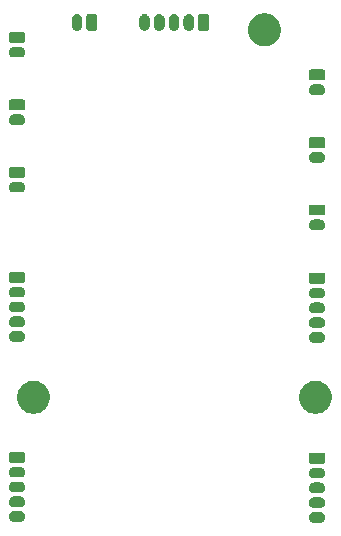
<source format=gbs>
G04 #@! TF.GenerationSoftware,KiCad,Pcbnew,(5.0.2)-1*
G04 #@! TF.CreationDate,2018-12-27T22:24:40-05:00*
G04 #@! TF.ProjectId,WarthoggitClone_4Layer,57617274-686f-4676-9769-74436c6f6e65,rev?*
G04 #@! TF.SameCoordinates,Original*
G04 #@! TF.FileFunction,Soldermask,Bot*
G04 #@! TF.FilePolarity,Negative*
%FSLAX46Y46*%
G04 Gerber Fmt 4.6, Leading zero omitted, Abs format (unit mm)*
G04 Created by KiCad (PCBNEW (5.0.2)-1) date 12/27/2018 10:24:40 PM*
%MOMM*%
%LPD*%
G01*
G04 APERTURE LIST*
%ADD10C,0.100000*%
G04 APERTURE END LIST*
D10*
G36*
X127973413Y-78295525D02*
X128048456Y-78318290D01*
X128058425Y-78321314D01*
X128136774Y-78363193D01*
X128205448Y-78419552D01*
X128261807Y-78488226D01*
X128303686Y-78566575D01*
X128303687Y-78566579D01*
X128329475Y-78651587D01*
X128338182Y-78740000D01*
X128329475Y-78828413D01*
X128306710Y-78903456D01*
X128303686Y-78913425D01*
X128261807Y-78991774D01*
X128205448Y-79060448D01*
X128136774Y-79116807D01*
X128058425Y-79158686D01*
X128048456Y-79161710D01*
X127973413Y-79184475D01*
X127907158Y-79191000D01*
X127362842Y-79191000D01*
X127296587Y-79184475D01*
X127221544Y-79161710D01*
X127211575Y-79158686D01*
X127133226Y-79116807D01*
X127064552Y-79060448D01*
X127008193Y-78991774D01*
X126966314Y-78913425D01*
X126963290Y-78903456D01*
X126940525Y-78828413D01*
X126931818Y-78740000D01*
X126940525Y-78651587D01*
X126966313Y-78566579D01*
X126966314Y-78566575D01*
X127008193Y-78488226D01*
X127064552Y-78419552D01*
X127133226Y-78363193D01*
X127211575Y-78321314D01*
X127221544Y-78318290D01*
X127296587Y-78295525D01*
X127362842Y-78289000D01*
X127907158Y-78289000D01*
X127973413Y-78295525D01*
X127973413Y-78295525D01*
G37*
G36*
X102573413Y-78215525D02*
X102648456Y-78238290D01*
X102658425Y-78241314D01*
X102736774Y-78283193D01*
X102805448Y-78339552D01*
X102861807Y-78408226D01*
X102903686Y-78486575D01*
X102904187Y-78488226D01*
X102929475Y-78571587D01*
X102938182Y-78660000D01*
X102929475Y-78748413D01*
X102906710Y-78823456D01*
X102903686Y-78833425D01*
X102861807Y-78911774D01*
X102805448Y-78980448D01*
X102736774Y-79036807D01*
X102658425Y-79078686D01*
X102648456Y-79081710D01*
X102573413Y-79104475D01*
X102507158Y-79111000D01*
X101962842Y-79111000D01*
X101896587Y-79104475D01*
X101821544Y-79081710D01*
X101811575Y-79078686D01*
X101733226Y-79036807D01*
X101664552Y-78980448D01*
X101608193Y-78911774D01*
X101566314Y-78833425D01*
X101563290Y-78823456D01*
X101540525Y-78748413D01*
X101531818Y-78660000D01*
X101540525Y-78571587D01*
X101565813Y-78488226D01*
X101566314Y-78486575D01*
X101608193Y-78408226D01*
X101664552Y-78339552D01*
X101733226Y-78283193D01*
X101811575Y-78241314D01*
X101821544Y-78238290D01*
X101896587Y-78215525D01*
X101962842Y-78209000D01*
X102507158Y-78209000D01*
X102573413Y-78215525D01*
X102573413Y-78215525D01*
G37*
G36*
X127973413Y-77045525D02*
X128048456Y-77068290D01*
X128058425Y-77071314D01*
X128136774Y-77113193D01*
X128205448Y-77169552D01*
X128261807Y-77238226D01*
X128303686Y-77316575D01*
X128303687Y-77316579D01*
X128329475Y-77401587D01*
X128338182Y-77490000D01*
X128329475Y-77578413D01*
X128306710Y-77653456D01*
X128303686Y-77663425D01*
X128261807Y-77741774D01*
X128205448Y-77810448D01*
X128136774Y-77866807D01*
X128058425Y-77908686D01*
X128048456Y-77911710D01*
X127973413Y-77934475D01*
X127907158Y-77941000D01*
X127362842Y-77941000D01*
X127296587Y-77934475D01*
X127221544Y-77911710D01*
X127211575Y-77908686D01*
X127133226Y-77866807D01*
X127064552Y-77810448D01*
X127008193Y-77741774D01*
X126966314Y-77663425D01*
X126963290Y-77653456D01*
X126940525Y-77578413D01*
X126931818Y-77490000D01*
X126940525Y-77401587D01*
X126966313Y-77316579D01*
X126966314Y-77316575D01*
X127008193Y-77238226D01*
X127064552Y-77169552D01*
X127133226Y-77113193D01*
X127211575Y-77071314D01*
X127221544Y-77068290D01*
X127296587Y-77045525D01*
X127362842Y-77039000D01*
X127907158Y-77039000D01*
X127973413Y-77045525D01*
X127973413Y-77045525D01*
G37*
G36*
X102573413Y-76965525D02*
X102648456Y-76988290D01*
X102658425Y-76991314D01*
X102736774Y-77033193D01*
X102805448Y-77089552D01*
X102861807Y-77158226D01*
X102903686Y-77236575D01*
X102904187Y-77238226D01*
X102929475Y-77321587D01*
X102938182Y-77410000D01*
X102929475Y-77498413D01*
X102906710Y-77573456D01*
X102903686Y-77583425D01*
X102861807Y-77661774D01*
X102805448Y-77730448D01*
X102736774Y-77786807D01*
X102658425Y-77828686D01*
X102648456Y-77831710D01*
X102573413Y-77854475D01*
X102507158Y-77861000D01*
X101962842Y-77861000D01*
X101896587Y-77854475D01*
X101821544Y-77831710D01*
X101811575Y-77828686D01*
X101733226Y-77786807D01*
X101664552Y-77730448D01*
X101608193Y-77661774D01*
X101566314Y-77583425D01*
X101563290Y-77573456D01*
X101540525Y-77498413D01*
X101531818Y-77410000D01*
X101540525Y-77321587D01*
X101565813Y-77238226D01*
X101566314Y-77236575D01*
X101608193Y-77158226D01*
X101664552Y-77089552D01*
X101733226Y-77033193D01*
X101811575Y-76991314D01*
X101821544Y-76988290D01*
X101896587Y-76965525D01*
X101962842Y-76959000D01*
X102507158Y-76959000D01*
X102573413Y-76965525D01*
X102573413Y-76965525D01*
G37*
G36*
X127973413Y-75795525D02*
X128048456Y-75818290D01*
X128058425Y-75821314D01*
X128136774Y-75863193D01*
X128205448Y-75919552D01*
X128261807Y-75988226D01*
X128303686Y-76066575D01*
X128303687Y-76066579D01*
X128329475Y-76151587D01*
X128338182Y-76240000D01*
X128329475Y-76328413D01*
X128306710Y-76403456D01*
X128303686Y-76413425D01*
X128261807Y-76491774D01*
X128205448Y-76560448D01*
X128136774Y-76616807D01*
X128058425Y-76658686D01*
X128048456Y-76661710D01*
X127973413Y-76684475D01*
X127907158Y-76691000D01*
X127362842Y-76691000D01*
X127296587Y-76684475D01*
X127221544Y-76661710D01*
X127211575Y-76658686D01*
X127133226Y-76616807D01*
X127064552Y-76560448D01*
X127008193Y-76491774D01*
X126966314Y-76413425D01*
X126963290Y-76403456D01*
X126940525Y-76328413D01*
X126931818Y-76240000D01*
X126940525Y-76151587D01*
X126966313Y-76066579D01*
X126966314Y-76066575D01*
X127008193Y-75988226D01*
X127064552Y-75919552D01*
X127133226Y-75863193D01*
X127211575Y-75821314D01*
X127221544Y-75818290D01*
X127296587Y-75795525D01*
X127362842Y-75789000D01*
X127907158Y-75789000D01*
X127973413Y-75795525D01*
X127973413Y-75795525D01*
G37*
G36*
X102573413Y-75715525D02*
X102648456Y-75738290D01*
X102658425Y-75741314D01*
X102736774Y-75783193D01*
X102805448Y-75839552D01*
X102861807Y-75908226D01*
X102903686Y-75986575D01*
X102904187Y-75988226D01*
X102929475Y-76071587D01*
X102938182Y-76160000D01*
X102929475Y-76248413D01*
X102906710Y-76323456D01*
X102903686Y-76333425D01*
X102861807Y-76411774D01*
X102805448Y-76480448D01*
X102736774Y-76536807D01*
X102658425Y-76578686D01*
X102648456Y-76581710D01*
X102573413Y-76604475D01*
X102507158Y-76611000D01*
X101962842Y-76611000D01*
X101896587Y-76604475D01*
X101821544Y-76581710D01*
X101811575Y-76578686D01*
X101733226Y-76536807D01*
X101664552Y-76480448D01*
X101608193Y-76411774D01*
X101566314Y-76333425D01*
X101563290Y-76323456D01*
X101540525Y-76248413D01*
X101531818Y-76160000D01*
X101540525Y-76071587D01*
X101565813Y-75988226D01*
X101566314Y-75986575D01*
X101608193Y-75908226D01*
X101664552Y-75839552D01*
X101733226Y-75783193D01*
X101811575Y-75741314D01*
X101821544Y-75738290D01*
X101896587Y-75715525D01*
X101962842Y-75709000D01*
X102507158Y-75709000D01*
X102573413Y-75715525D01*
X102573413Y-75715525D01*
G37*
G36*
X127973413Y-74545525D02*
X128048456Y-74568290D01*
X128058425Y-74571314D01*
X128136774Y-74613193D01*
X128205448Y-74669552D01*
X128261807Y-74738226D01*
X128303686Y-74816575D01*
X128303687Y-74816579D01*
X128329475Y-74901587D01*
X128338182Y-74990000D01*
X128329475Y-75078413D01*
X128306710Y-75153456D01*
X128303686Y-75163425D01*
X128261807Y-75241774D01*
X128205448Y-75310448D01*
X128136774Y-75366807D01*
X128058425Y-75408686D01*
X128048456Y-75411710D01*
X127973413Y-75434475D01*
X127907158Y-75441000D01*
X127362842Y-75441000D01*
X127296587Y-75434475D01*
X127221544Y-75411710D01*
X127211575Y-75408686D01*
X127133226Y-75366807D01*
X127064552Y-75310448D01*
X127008193Y-75241774D01*
X126966314Y-75163425D01*
X126963290Y-75153456D01*
X126940525Y-75078413D01*
X126931818Y-74990000D01*
X126940525Y-74901587D01*
X126966313Y-74816579D01*
X126966314Y-74816575D01*
X127008193Y-74738226D01*
X127064552Y-74669552D01*
X127133226Y-74613193D01*
X127211575Y-74571314D01*
X127221544Y-74568290D01*
X127296587Y-74545525D01*
X127362842Y-74539000D01*
X127907158Y-74539000D01*
X127973413Y-74545525D01*
X127973413Y-74545525D01*
G37*
G36*
X102573413Y-74465525D02*
X102648456Y-74488290D01*
X102658425Y-74491314D01*
X102736774Y-74533193D01*
X102805448Y-74589552D01*
X102861807Y-74658226D01*
X102903686Y-74736575D01*
X102904187Y-74738226D01*
X102929475Y-74821587D01*
X102938182Y-74910000D01*
X102929475Y-74998413D01*
X102906710Y-75073456D01*
X102903686Y-75083425D01*
X102861807Y-75161774D01*
X102805448Y-75230448D01*
X102736774Y-75286807D01*
X102658425Y-75328686D01*
X102648456Y-75331710D01*
X102573413Y-75354475D01*
X102507158Y-75361000D01*
X101962842Y-75361000D01*
X101896587Y-75354475D01*
X101821544Y-75331710D01*
X101811575Y-75328686D01*
X101733226Y-75286807D01*
X101664552Y-75230448D01*
X101608193Y-75161774D01*
X101566314Y-75083425D01*
X101563290Y-75073456D01*
X101540525Y-74998413D01*
X101531818Y-74910000D01*
X101540525Y-74821587D01*
X101565813Y-74738226D01*
X101566314Y-74736575D01*
X101608193Y-74658226D01*
X101664552Y-74589552D01*
X101733226Y-74533193D01*
X101811575Y-74491314D01*
X101821544Y-74488290D01*
X101896587Y-74465525D01*
X101962842Y-74459000D01*
X102507158Y-74459000D01*
X102573413Y-74465525D01*
X102573413Y-74465525D01*
G37*
G36*
X128204683Y-73292725D02*
X128235144Y-73301966D01*
X128263223Y-73316975D01*
X128287831Y-73337169D01*
X128308025Y-73361777D01*
X128323034Y-73389856D01*
X128332275Y-73420317D01*
X128336000Y-73458140D01*
X128336000Y-74021860D01*
X128332275Y-74059683D01*
X128323034Y-74090144D01*
X128308025Y-74118223D01*
X128287831Y-74142831D01*
X128263223Y-74163025D01*
X128235144Y-74178034D01*
X128204683Y-74187275D01*
X128166860Y-74191000D01*
X127103140Y-74191000D01*
X127065317Y-74187275D01*
X127034856Y-74178034D01*
X127006777Y-74163025D01*
X126982169Y-74142831D01*
X126961975Y-74118223D01*
X126946966Y-74090144D01*
X126937725Y-74059683D01*
X126934000Y-74021860D01*
X126934000Y-73458140D01*
X126937725Y-73420317D01*
X126946966Y-73389856D01*
X126961975Y-73361777D01*
X126982169Y-73337169D01*
X127006777Y-73316975D01*
X127034856Y-73301966D01*
X127065317Y-73292725D01*
X127103140Y-73289000D01*
X128166860Y-73289000D01*
X128204683Y-73292725D01*
X128204683Y-73292725D01*
G37*
G36*
X102804683Y-73212725D02*
X102835144Y-73221966D01*
X102863223Y-73236975D01*
X102887831Y-73257169D01*
X102908025Y-73281777D01*
X102923034Y-73309856D01*
X102932275Y-73340317D01*
X102936000Y-73378140D01*
X102936000Y-73941860D01*
X102932275Y-73979683D01*
X102923034Y-74010144D01*
X102908025Y-74038223D01*
X102887831Y-74062831D01*
X102863223Y-74083025D01*
X102835144Y-74098034D01*
X102804683Y-74107275D01*
X102766860Y-74111000D01*
X101703140Y-74111000D01*
X101665317Y-74107275D01*
X101634856Y-74098034D01*
X101606777Y-74083025D01*
X101582169Y-74062831D01*
X101561975Y-74038223D01*
X101546966Y-74010144D01*
X101537725Y-73979683D01*
X101534000Y-73941860D01*
X101534000Y-73378140D01*
X101537725Y-73340317D01*
X101546966Y-73309856D01*
X101561975Y-73281777D01*
X101582169Y-73257169D01*
X101606777Y-73236975D01*
X101634856Y-73221966D01*
X101665317Y-73212725D01*
X101703140Y-73209000D01*
X102766860Y-73209000D01*
X102804683Y-73212725D01*
X102804683Y-73212725D01*
G37*
G36*
X103950433Y-67214893D02*
X104040657Y-67232839D01*
X104146267Y-67276585D01*
X104295621Y-67338449D01*
X104525089Y-67491774D01*
X104720226Y-67686911D01*
X104873551Y-67916379D01*
X104979161Y-68171344D01*
X105033000Y-68442012D01*
X105033000Y-68717988D01*
X104979161Y-68988656D01*
X104873551Y-69243621D01*
X104720226Y-69473089D01*
X104525089Y-69668226D01*
X104295621Y-69821551D01*
X104146267Y-69883415D01*
X104040657Y-69927161D01*
X103950433Y-69945107D01*
X103769988Y-69981000D01*
X103494012Y-69981000D01*
X103313567Y-69945107D01*
X103223343Y-69927161D01*
X103117733Y-69883415D01*
X102968379Y-69821551D01*
X102738911Y-69668226D01*
X102543774Y-69473089D01*
X102390449Y-69243621D01*
X102284839Y-68988656D01*
X102231000Y-68717988D01*
X102231000Y-68442012D01*
X102284839Y-68171344D01*
X102390449Y-67916379D01*
X102543774Y-67686911D01*
X102738911Y-67491774D01*
X102968379Y-67338449D01*
X103117733Y-67276585D01*
X103223343Y-67232839D01*
X103313567Y-67214893D01*
X103494012Y-67179000D01*
X103769988Y-67179000D01*
X103950433Y-67214893D01*
X103950433Y-67214893D01*
G37*
G36*
X127826433Y-67214893D02*
X127916657Y-67232839D01*
X128022267Y-67276585D01*
X128171621Y-67338449D01*
X128401089Y-67491774D01*
X128596226Y-67686911D01*
X128749551Y-67916379D01*
X128855161Y-68171344D01*
X128909000Y-68442012D01*
X128909000Y-68717988D01*
X128855161Y-68988656D01*
X128749551Y-69243621D01*
X128596226Y-69473089D01*
X128401089Y-69668226D01*
X128171621Y-69821551D01*
X128022267Y-69883415D01*
X127916657Y-69927161D01*
X127826433Y-69945107D01*
X127645988Y-69981000D01*
X127370012Y-69981000D01*
X127189567Y-69945107D01*
X127099343Y-69927161D01*
X126993733Y-69883415D01*
X126844379Y-69821551D01*
X126614911Y-69668226D01*
X126419774Y-69473089D01*
X126266449Y-69243621D01*
X126160839Y-68988656D01*
X126107000Y-68717988D01*
X126107000Y-68442012D01*
X126160839Y-68171344D01*
X126266449Y-67916379D01*
X126419774Y-67686911D01*
X126614911Y-67491774D01*
X126844379Y-67338449D01*
X126993733Y-67276585D01*
X127099343Y-67232839D01*
X127189567Y-67214893D01*
X127370012Y-67179000D01*
X127645988Y-67179000D01*
X127826433Y-67214893D01*
X127826433Y-67214893D01*
G37*
G36*
X127973413Y-63055525D02*
X128048456Y-63078290D01*
X128058425Y-63081314D01*
X128136774Y-63123193D01*
X128205448Y-63179552D01*
X128261807Y-63248226D01*
X128303686Y-63326575D01*
X128303687Y-63326579D01*
X128329475Y-63411587D01*
X128338182Y-63500000D01*
X128329475Y-63588413D01*
X128306710Y-63663456D01*
X128303686Y-63673425D01*
X128261807Y-63751774D01*
X128205448Y-63820448D01*
X128136774Y-63876807D01*
X128058425Y-63918686D01*
X128048456Y-63921710D01*
X127973413Y-63944475D01*
X127907158Y-63951000D01*
X127362842Y-63951000D01*
X127296587Y-63944475D01*
X127221544Y-63921710D01*
X127211575Y-63918686D01*
X127133226Y-63876807D01*
X127064552Y-63820448D01*
X127008193Y-63751774D01*
X126966314Y-63673425D01*
X126963290Y-63663456D01*
X126940525Y-63588413D01*
X126931818Y-63500000D01*
X126940525Y-63411587D01*
X126966313Y-63326579D01*
X126966314Y-63326575D01*
X127008193Y-63248226D01*
X127064552Y-63179552D01*
X127133226Y-63123193D01*
X127211575Y-63081314D01*
X127221544Y-63078290D01*
X127296587Y-63055525D01*
X127362842Y-63049000D01*
X127907158Y-63049000D01*
X127973413Y-63055525D01*
X127973413Y-63055525D01*
G37*
G36*
X102573413Y-62975525D02*
X102648456Y-62998290D01*
X102658425Y-63001314D01*
X102736774Y-63043193D01*
X102805448Y-63099552D01*
X102861807Y-63168226D01*
X102903686Y-63246575D01*
X102904187Y-63248226D01*
X102929475Y-63331587D01*
X102938182Y-63420000D01*
X102929475Y-63508413D01*
X102906710Y-63583456D01*
X102903686Y-63593425D01*
X102861807Y-63671774D01*
X102805448Y-63740448D01*
X102736774Y-63796807D01*
X102658425Y-63838686D01*
X102648456Y-63841710D01*
X102573413Y-63864475D01*
X102507158Y-63871000D01*
X101962842Y-63871000D01*
X101896587Y-63864475D01*
X101821544Y-63841710D01*
X101811575Y-63838686D01*
X101733226Y-63796807D01*
X101664552Y-63740448D01*
X101608193Y-63671774D01*
X101566314Y-63593425D01*
X101563290Y-63583456D01*
X101540525Y-63508413D01*
X101531818Y-63420000D01*
X101540525Y-63331587D01*
X101565813Y-63248226D01*
X101566314Y-63246575D01*
X101608193Y-63168226D01*
X101664552Y-63099552D01*
X101733226Y-63043193D01*
X101811575Y-63001314D01*
X101821544Y-62998290D01*
X101896587Y-62975525D01*
X101962842Y-62969000D01*
X102507158Y-62969000D01*
X102573413Y-62975525D01*
X102573413Y-62975525D01*
G37*
G36*
X127973413Y-61805525D02*
X128048456Y-61828290D01*
X128058425Y-61831314D01*
X128136774Y-61873193D01*
X128205448Y-61929552D01*
X128261807Y-61998226D01*
X128303686Y-62076575D01*
X128303687Y-62076579D01*
X128329475Y-62161587D01*
X128338182Y-62250000D01*
X128329475Y-62338413D01*
X128306710Y-62413456D01*
X128303686Y-62423425D01*
X128261807Y-62501774D01*
X128205448Y-62570448D01*
X128136774Y-62626807D01*
X128058425Y-62668686D01*
X128048456Y-62671710D01*
X127973413Y-62694475D01*
X127907158Y-62701000D01*
X127362842Y-62701000D01*
X127296587Y-62694475D01*
X127221544Y-62671710D01*
X127211575Y-62668686D01*
X127133226Y-62626807D01*
X127064552Y-62570448D01*
X127008193Y-62501774D01*
X126966314Y-62423425D01*
X126963290Y-62413456D01*
X126940525Y-62338413D01*
X126931818Y-62250000D01*
X126940525Y-62161587D01*
X126966313Y-62076579D01*
X126966314Y-62076575D01*
X127008193Y-61998226D01*
X127064552Y-61929552D01*
X127133226Y-61873193D01*
X127211575Y-61831314D01*
X127221544Y-61828290D01*
X127296587Y-61805525D01*
X127362842Y-61799000D01*
X127907158Y-61799000D01*
X127973413Y-61805525D01*
X127973413Y-61805525D01*
G37*
G36*
X102573413Y-61725525D02*
X102648456Y-61748290D01*
X102658425Y-61751314D01*
X102736774Y-61793193D01*
X102805448Y-61849552D01*
X102861807Y-61918226D01*
X102903686Y-61996575D01*
X102904187Y-61998226D01*
X102929475Y-62081587D01*
X102938182Y-62170000D01*
X102929475Y-62258413D01*
X102906710Y-62333456D01*
X102903686Y-62343425D01*
X102861807Y-62421774D01*
X102805448Y-62490448D01*
X102736774Y-62546807D01*
X102658425Y-62588686D01*
X102648456Y-62591710D01*
X102573413Y-62614475D01*
X102507158Y-62621000D01*
X101962842Y-62621000D01*
X101896587Y-62614475D01*
X101821544Y-62591710D01*
X101811575Y-62588686D01*
X101733226Y-62546807D01*
X101664552Y-62490448D01*
X101608193Y-62421774D01*
X101566314Y-62343425D01*
X101563290Y-62333456D01*
X101540525Y-62258413D01*
X101531818Y-62170000D01*
X101540525Y-62081587D01*
X101565813Y-61998226D01*
X101566314Y-61996575D01*
X101608193Y-61918226D01*
X101664552Y-61849552D01*
X101733226Y-61793193D01*
X101811575Y-61751314D01*
X101821544Y-61748290D01*
X101896587Y-61725525D01*
X101962842Y-61719000D01*
X102507158Y-61719000D01*
X102573413Y-61725525D01*
X102573413Y-61725525D01*
G37*
G36*
X127973413Y-60555525D02*
X128048456Y-60578290D01*
X128058425Y-60581314D01*
X128136774Y-60623193D01*
X128205448Y-60679552D01*
X128261807Y-60748226D01*
X128303686Y-60826575D01*
X128303687Y-60826579D01*
X128329475Y-60911587D01*
X128338182Y-61000000D01*
X128329475Y-61088413D01*
X128306710Y-61163456D01*
X128303686Y-61173425D01*
X128261807Y-61251774D01*
X128205448Y-61320448D01*
X128136774Y-61376807D01*
X128058425Y-61418686D01*
X128048456Y-61421710D01*
X127973413Y-61444475D01*
X127907158Y-61451000D01*
X127362842Y-61451000D01*
X127296587Y-61444475D01*
X127221544Y-61421710D01*
X127211575Y-61418686D01*
X127133226Y-61376807D01*
X127064552Y-61320448D01*
X127008193Y-61251774D01*
X126966314Y-61173425D01*
X126963290Y-61163456D01*
X126940525Y-61088413D01*
X126931818Y-61000000D01*
X126940525Y-60911587D01*
X126966313Y-60826579D01*
X126966314Y-60826575D01*
X127008193Y-60748226D01*
X127064552Y-60679552D01*
X127133226Y-60623193D01*
X127211575Y-60581314D01*
X127221544Y-60578290D01*
X127296587Y-60555525D01*
X127362842Y-60549000D01*
X127907158Y-60549000D01*
X127973413Y-60555525D01*
X127973413Y-60555525D01*
G37*
G36*
X102573413Y-60475525D02*
X102648456Y-60498290D01*
X102658425Y-60501314D01*
X102736774Y-60543193D01*
X102805448Y-60599552D01*
X102861807Y-60668226D01*
X102903686Y-60746575D01*
X102904187Y-60748226D01*
X102929475Y-60831587D01*
X102938182Y-60920000D01*
X102929475Y-61008413D01*
X102906710Y-61083456D01*
X102903686Y-61093425D01*
X102861807Y-61171774D01*
X102805448Y-61240448D01*
X102736774Y-61296807D01*
X102658425Y-61338686D01*
X102648456Y-61341710D01*
X102573413Y-61364475D01*
X102507158Y-61371000D01*
X101962842Y-61371000D01*
X101896587Y-61364475D01*
X101821544Y-61341710D01*
X101811575Y-61338686D01*
X101733226Y-61296807D01*
X101664552Y-61240448D01*
X101608193Y-61171774D01*
X101566314Y-61093425D01*
X101563290Y-61083456D01*
X101540525Y-61008413D01*
X101531818Y-60920000D01*
X101540525Y-60831587D01*
X101565813Y-60748226D01*
X101566314Y-60746575D01*
X101608193Y-60668226D01*
X101664552Y-60599552D01*
X101733226Y-60543193D01*
X101811575Y-60501314D01*
X101821544Y-60498290D01*
X101896587Y-60475525D01*
X101962842Y-60469000D01*
X102507158Y-60469000D01*
X102573413Y-60475525D01*
X102573413Y-60475525D01*
G37*
G36*
X127973413Y-59305525D02*
X128048456Y-59328290D01*
X128058425Y-59331314D01*
X128136774Y-59373193D01*
X128205448Y-59429552D01*
X128261807Y-59498226D01*
X128303686Y-59576575D01*
X128303687Y-59576579D01*
X128329475Y-59661587D01*
X128338182Y-59750000D01*
X128329475Y-59838413D01*
X128306710Y-59913456D01*
X128303686Y-59923425D01*
X128261807Y-60001774D01*
X128205448Y-60070448D01*
X128136774Y-60126807D01*
X128058425Y-60168686D01*
X128048456Y-60171710D01*
X127973413Y-60194475D01*
X127907158Y-60201000D01*
X127362842Y-60201000D01*
X127296587Y-60194475D01*
X127221544Y-60171710D01*
X127211575Y-60168686D01*
X127133226Y-60126807D01*
X127064552Y-60070448D01*
X127008193Y-60001774D01*
X126966314Y-59923425D01*
X126963290Y-59913456D01*
X126940525Y-59838413D01*
X126931818Y-59750000D01*
X126940525Y-59661587D01*
X126966313Y-59576579D01*
X126966314Y-59576575D01*
X127008193Y-59498226D01*
X127064552Y-59429552D01*
X127133226Y-59373193D01*
X127211575Y-59331314D01*
X127221544Y-59328290D01*
X127296587Y-59305525D01*
X127362842Y-59299000D01*
X127907158Y-59299000D01*
X127973413Y-59305525D01*
X127973413Y-59305525D01*
G37*
G36*
X102573413Y-59225525D02*
X102648456Y-59248290D01*
X102658425Y-59251314D01*
X102736774Y-59293193D01*
X102805448Y-59349552D01*
X102861807Y-59418226D01*
X102903686Y-59496575D01*
X102904187Y-59498226D01*
X102929475Y-59581587D01*
X102938182Y-59670000D01*
X102929475Y-59758413D01*
X102906710Y-59833456D01*
X102903686Y-59843425D01*
X102861807Y-59921774D01*
X102805448Y-59990448D01*
X102736774Y-60046807D01*
X102658425Y-60088686D01*
X102648456Y-60091710D01*
X102573413Y-60114475D01*
X102507158Y-60121000D01*
X101962842Y-60121000D01*
X101896587Y-60114475D01*
X101821544Y-60091710D01*
X101811575Y-60088686D01*
X101733226Y-60046807D01*
X101664552Y-59990448D01*
X101608193Y-59921774D01*
X101566314Y-59843425D01*
X101563290Y-59833456D01*
X101540525Y-59758413D01*
X101531818Y-59670000D01*
X101540525Y-59581587D01*
X101565813Y-59498226D01*
X101566314Y-59496575D01*
X101608193Y-59418226D01*
X101664552Y-59349552D01*
X101733226Y-59293193D01*
X101811575Y-59251314D01*
X101821544Y-59248290D01*
X101896587Y-59225525D01*
X101962842Y-59219000D01*
X102507158Y-59219000D01*
X102573413Y-59225525D01*
X102573413Y-59225525D01*
G37*
G36*
X128204683Y-58052725D02*
X128235144Y-58061966D01*
X128263223Y-58076975D01*
X128287831Y-58097169D01*
X128308025Y-58121777D01*
X128323034Y-58149856D01*
X128332275Y-58180317D01*
X128336000Y-58218140D01*
X128336000Y-58781860D01*
X128332275Y-58819683D01*
X128323034Y-58850144D01*
X128308025Y-58878223D01*
X128287831Y-58902831D01*
X128263223Y-58923025D01*
X128235144Y-58938034D01*
X128204683Y-58947275D01*
X128166860Y-58951000D01*
X127103140Y-58951000D01*
X127065317Y-58947275D01*
X127034856Y-58938034D01*
X127006777Y-58923025D01*
X126982169Y-58902831D01*
X126961975Y-58878223D01*
X126946966Y-58850144D01*
X126937725Y-58819683D01*
X126934000Y-58781860D01*
X126934000Y-58218140D01*
X126937725Y-58180317D01*
X126946966Y-58149856D01*
X126961975Y-58121777D01*
X126982169Y-58097169D01*
X127006777Y-58076975D01*
X127034856Y-58061966D01*
X127065317Y-58052725D01*
X127103140Y-58049000D01*
X128166860Y-58049000D01*
X128204683Y-58052725D01*
X128204683Y-58052725D01*
G37*
G36*
X102804683Y-57972725D02*
X102835144Y-57981966D01*
X102863223Y-57996975D01*
X102887831Y-58017169D01*
X102908025Y-58041777D01*
X102923034Y-58069856D01*
X102932275Y-58100317D01*
X102936000Y-58138140D01*
X102936000Y-58701860D01*
X102932275Y-58739683D01*
X102923034Y-58770144D01*
X102908025Y-58798223D01*
X102887831Y-58822831D01*
X102863223Y-58843025D01*
X102835144Y-58858034D01*
X102804683Y-58867275D01*
X102766860Y-58871000D01*
X101703140Y-58871000D01*
X101665317Y-58867275D01*
X101634856Y-58858034D01*
X101606777Y-58843025D01*
X101582169Y-58822831D01*
X101561975Y-58798223D01*
X101546966Y-58770144D01*
X101537725Y-58739683D01*
X101534000Y-58701860D01*
X101534000Y-58138140D01*
X101537725Y-58100317D01*
X101546966Y-58069856D01*
X101561975Y-58041777D01*
X101582169Y-58017169D01*
X101606777Y-57996975D01*
X101634856Y-57981966D01*
X101665317Y-57972725D01*
X101703140Y-57969000D01*
X102766860Y-57969000D01*
X102804683Y-57972725D01*
X102804683Y-57972725D01*
G37*
G36*
X127973413Y-53530525D02*
X128048456Y-53553290D01*
X128058425Y-53556314D01*
X128136774Y-53598193D01*
X128205448Y-53654552D01*
X128261807Y-53723226D01*
X128303686Y-53801575D01*
X128303687Y-53801579D01*
X128329475Y-53886587D01*
X128338182Y-53975000D01*
X128329475Y-54063413D01*
X128306710Y-54138456D01*
X128303686Y-54148425D01*
X128261807Y-54226774D01*
X128205448Y-54295448D01*
X128136774Y-54351807D01*
X128058425Y-54393686D01*
X128048456Y-54396710D01*
X127973413Y-54419475D01*
X127907158Y-54426000D01*
X127362842Y-54426000D01*
X127296587Y-54419475D01*
X127221544Y-54396710D01*
X127211575Y-54393686D01*
X127133226Y-54351807D01*
X127064552Y-54295448D01*
X127008193Y-54226774D01*
X126966314Y-54148425D01*
X126963290Y-54138456D01*
X126940525Y-54063413D01*
X126931818Y-53975000D01*
X126940525Y-53886587D01*
X126966313Y-53801579D01*
X126966314Y-53801575D01*
X127008193Y-53723226D01*
X127064552Y-53654552D01*
X127133226Y-53598193D01*
X127211575Y-53556314D01*
X127221544Y-53553290D01*
X127296587Y-53530525D01*
X127362842Y-53524000D01*
X127907158Y-53524000D01*
X127973413Y-53530525D01*
X127973413Y-53530525D01*
G37*
G36*
X128204683Y-52277725D02*
X128235144Y-52286966D01*
X128263223Y-52301975D01*
X128287831Y-52322169D01*
X128308025Y-52346777D01*
X128323034Y-52374856D01*
X128332275Y-52405317D01*
X128336000Y-52443140D01*
X128336000Y-53006860D01*
X128332275Y-53044683D01*
X128323034Y-53075144D01*
X128308025Y-53103223D01*
X128287831Y-53127831D01*
X128263223Y-53148025D01*
X128235144Y-53163034D01*
X128204683Y-53172275D01*
X128166860Y-53176000D01*
X127103140Y-53176000D01*
X127065317Y-53172275D01*
X127034856Y-53163034D01*
X127006777Y-53148025D01*
X126982169Y-53127831D01*
X126961975Y-53103223D01*
X126946966Y-53075144D01*
X126937725Y-53044683D01*
X126934000Y-53006860D01*
X126934000Y-52443140D01*
X126937725Y-52405317D01*
X126946966Y-52374856D01*
X126961975Y-52346777D01*
X126982169Y-52322169D01*
X127006777Y-52301975D01*
X127034856Y-52286966D01*
X127065317Y-52277725D01*
X127103140Y-52274000D01*
X128166860Y-52274000D01*
X128204683Y-52277725D01*
X128204683Y-52277725D01*
G37*
G36*
X102573413Y-50335525D02*
X102648456Y-50358290D01*
X102658425Y-50361314D01*
X102736774Y-50403193D01*
X102805448Y-50459552D01*
X102861807Y-50528226D01*
X102903686Y-50606575D01*
X102903687Y-50606579D01*
X102929475Y-50691587D01*
X102938182Y-50780000D01*
X102929475Y-50868413D01*
X102906710Y-50943456D01*
X102903686Y-50953425D01*
X102861807Y-51031774D01*
X102805448Y-51100448D01*
X102736774Y-51156807D01*
X102658425Y-51198686D01*
X102648456Y-51201710D01*
X102573413Y-51224475D01*
X102507158Y-51231000D01*
X101962842Y-51231000D01*
X101896587Y-51224475D01*
X101821544Y-51201710D01*
X101811575Y-51198686D01*
X101733226Y-51156807D01*
X101664552Y-51100448D01*
X101608193Y-51031774D01*
X101566314Y-50953425D01*
X101563290Y-50943456D01*
X101540525Y-50868413D01*
X101531818Y-50780000D01*
X101540525Y-50691587D01*
X101566313Y-50606579D01*
X101566314Y-50606575D01*
X101608193Y-50528226D01*
X101664552Y-50459552D01*
X101733226Y-50403193D01*
X101811575Y-50361314D01*
X101821544Y-50358290D01*
X101896587Y-50335525D01*
X101962842Y-50329000D01*
X102507158Y-50329000D01*
X102573413Y-50335525D01*
X102573413Y-50335525D01*
G37*
G36*
X102804683Y-49082725D02*
X102835144Y-49091966D01*
X102863223Y-49106975D01*
X102887831Y-49127169D01*
X102908025Y-49151777D01*
X102923034Y-49179856D01*
X102932275Y-49210317D01*
X102936000Y-49248140D01*
X102936000Y-49811860D01*
X102932275Y-49849683D01*
X102923034Y-49880144D01*
X102908025Y-49908223D01*
X102887831Y-49932831D01*
X102863223Y-49953025D01*
X102835144Y-49968034D01*
X102804683Y-49977275D01*
X102766860Y-49981000D01*
X101703140Y-49981000D01*
X101665317Y-49977275D01*
X101634856Y-49968034D01*
X101606777Y-49953025D01*
X101582169Y-49932831D01*
X101561975Y-49908223D01*
X101546966Y-49880144D01*
X101537725Y-49849683D01*
X101534000Y-49811860D01*
X101534000Y-49248140D01*
X101537725Y-49210317D01*
X101546966Y-49179856D01*
X101561975Y-49151777D01*
X101582169Y-49127169D01*
X101606777Y-49106975D01*
X101634856Y-49091966D01*
X101665317Y-49082725D01*
X101703140Y-49079000D01*
X102766860Y-49079000D01*
X102804683Y-49082725D01*
X102804683Y-49082725D01*
G37*
G36*
X127973413Y-47815525D02*
X128048456Y-47838290D01*
X128058425Y-47841314D01*
X128136774Y-47883193D01*
X128205448Y-47939552D01*
X128261807Y-48008226D01*
X128303686Y-48086575D01*
X128303687Y-48086579D01*
X128329475Y-48171587D01*
X128338182Y-48260000D01*
X128329475Y-48348413D01*
X128306710Y-48423456D01*
X128303686Y-48433425D01*
X128261807Y-48511774D01*
X128205448Y-48580448D01*
X128136774Y-48636807D01*
X128058425Y-48678686D01*
X128048456Y-48681710D01*
X127973413Y-48704475D01*
X127907158Y-48711000D01*
X127362842Y-48711000D01*
X127296587Y-48704475D01*
X127221544Y-48681710D01*
X127211575Y-48678686D01*
X127133226Y-48636807D01*
X127064552Y-48580448D01*
X127008193Y-48511774D01*
X126966314Y-48433425D01*
X126963290Y-48423456D01*
X126940525Y-48348413D01*
X126931818Y-48260000D01*
X126940525Y-48171587D01*
X126966313Y-48086579D01*
X126966314Y-48086575D01*
X127008193Y-48008226D01*
X127064552Y-47939552D01*
X127133226Y-47883193D01*
X127211575Y-47841314D01*
X127221544Y-47838290D01*
X127296587Y-47815525D01*
X127362842Y-47809000D01*
X127907158Y-47809000D01*
X127973413Y-47815525D01*
X127973413Y-47815525D01*
G37*
G36*
X128204683Y-46562725D02*
X128235144Y-46571966D01*
X128263223Y-46586975D01*
X128287831Y-46607169D01*
X128308025Y-46631777D01*
X128323034Y-46659856D01*
X128332275Y-46690317D01*
X128336000Y-46728140D01*
X128336000Y-47291860D01*
X128332275Y-47329683D01*
X128323034Y-47360144D01*
X128308025Y-47388223D01*
X128287831Y-47412831D01*
X128263223Y-47433025D01*
X128235144Y-47448034D01*
X128204683Y-47457275D01*
X128166860Y-47461000D01*
X127103140Y-47461000D01*
X127065317Y-47457275D01*
X127034856Y-47448034D01*
X127006777Y-47433025D01*
X126982169Y-47412831D01*
X126961975Y-47388223D01*
X126946966Y-47360144D01*
X126937725Y-47329683D01*
X126934000Y-47291860D01*
X126934000Y-46728140D01*
X126937725Y-46690317D01*
X126946966Y-46659856D01*
X126961975Y-46631777D01*
X126982169Y-46607169D01*
X127006777Y-46586975D01*
X127034856Y-46571966D01*
X127065317Y-46562725D01*
X127103140Y-46559000D01*
X128166860Y-46559000D01*
X128204683Y-46562725D01*
X128204683Y-46562725D01*
G37*
G36*
X102573413Y-44620525D02*
X102648456Y-44643290D01*
X102658425Y-44646314D01*
X102736774Y-44688193D01*
X102805448Y-44744552D01*
X102861807Y-44813226D01*
X102903686Y-44891575D01*
X102903687Y-44891579D01*
X102929475Y-44976587D01*
X102938182Y-45065000D01*
X102929475Y-45153413D01*
X102906710Y-45228456D01*
X102903686Y-45238425D01*
X102861807Y-45316774D01*
X102805448Y-45385448D01*
X102736774Y-45441807D01*
X102658425Y-45483686D01*
X102648456Y-45486710D01*
X102573413Y-45509475D01*
X102507158Y-45516000D01*
X101962842Y-45516000D01*
X101896587Y-45509475D01*
X101821544Y-45486710D01*
X101811575Y-45483686D01*
X101733226Y-45441807D01*
X101664552Y-45385448D01*
X101608193Y-45316774D01*
X101566314Y-45238425D01*
X101563290Y-45228456D01*
X101540525Y-45153413D01*
X101531818Y-45065000D01*
X101540525Y-44976587D01*
X101566313Y-44891579D01*
X101566314Y-44891575D01*
X101608193Y-44813226D01*
X101664552Y-44744552D01*
X101733226Y-44688193D01*
X101811575Y-44646314D01*
X101821544Y-44643290D01*
X101896587Y-44620525D01*
X101962842Y-44614000D01*
X102507158Y-44614000D01*
X102573413Y-44620525D01*
X102573413Y-44620525D01*
G37*
G36*
X102804683Y-43367725D02*
X102835144Y-43376966D01*
X102863223Y-43391975D01*
X102887831Y-43412169D01*
X102908025Y-43436777D01*
X102923034Y-43464856D01*
X102932275Y-43495317D01*
X102936000Y-43533140D01*
X102936000Y-44096860D01*
X102932275Y-44134683D01*
X102923034Y-44165144D01*
X102908025Y-44193223D01*
X102887831Y-44217831D01*
X102863223Y-44238025D01*
X102835144Y-44253034D01*
X102804683Y-44262275D01*
X102766860Y-44266000D01*
X101703140Y-44266000D01*
X101665317Y-44262275D01*
X101634856Y-44253034D01*
X101606777Y-44238025D01*
X101582169Y-44217831D01*
X101561975Y-44193223D01*
X101546966Y-44165144D01*
X101537725Y-44134683D01*
X101534000Y-44096860D01*
X101534000Y-43533140D01*
X101537725Y-43495317D01*
X101546966Y-43464856D01*
X101561975Y-43436777D01*
X101582169Y-43412169D01*
X101606777Y-43391975D01*
X101634856Y-43376966D01*
X101665317Y-43367725D01*
X101703140Y-43364000D01*
X102766860Y-43364000D01*
X102804683Y-43367725D01*
X102804683Y-43367725D01*
G37*
G36*
X127973413Y-42080525D02*
X128048456Y-42103290D01*
X128058425Y-42106314D01*
X128136774Y-42148193D01*
X128205448Y-42204552D01*
X128261807Y-42273226D01*
X128303686Y-42351575D01*
X128303687Y-42351579D01*
X128329475Y-42436587D01*
X128338182Y-42525000D01*
X128329475Y-42613413D01*
X128306710Y-42688456D01*
X128303686Y-42698425D01*
X128261807Y-42776774D01*
X128205448Y-42845448D01*
X128136774Y-42901807D01*
X128058425Y-42943686D01*
X128048456Y-42946710D01*
X127973413Y-42969475D01*
X127907158Y-42976000D01*
X127362842Y-42976000D01*
X127296587Y-42969475D01*
X127221544Y-42946710D01*
X127211575Y-42943686D01*
X127133226Y-42901807D01*
X127064552Y-42845448D01*
X127008193Y-42776774D01*
X126966314Y-42698425D01*
X126963290Y-42688456D01*
X126940525Y-42613413D01*
X126931818Y-42525000D01*
X126940525Y-42436587D01*
X126966313Y-42351579D01*
X126966314Y-42351575D01*
X127008193Y-42273226D01*
X127064552Y-42204552D01*
X127133226Y-42148193D01*
X127211575Y-42106314D01*
X127221544Y-42103290D01*
X127296587Y-42080525D01*
X127362842Y-42074000D01*
X127907158Y-42074000D01*
X127973413Y-42080525D01*
X127973413Y-42080525D01*
G37*
G36*
X128204683Y-40827725D02*
X128235144Y-40836966D01*
X128263223Y-40851975D01*
X128287831Y-40872169D01*
X128308025Y-40896777D01*
X128323034Y-40924856D01*
X128332275Y-40955317D01*
X128336000Y-40993140D01*
X128336000Y-41556860D01*
X128332275Y-41594683D01*
X128323034Y-41625144D01*
X128308025Y-41653223D01*
X128287831Y-41677831D01*
X128263223Y-41698025D01*
X128235144Y-41713034D01*
X128204683Y-41722275D01*
X128166860Y-41726000D01*
X127103140Y-41726000D01*
X127065317Y-41722275D01*
X127034856Y-41713034D01*
X127006777Y-41698025D01*
X126982169Y-41677831D01*
X126961975Y-41653223D01*
X126946966Y-41625144D01*
X126937725Y-41594683D01*
X126934000Y-41556860D01*
X126934000Y-40993140D01*
X126937725Y-40955317D01*
X126946966Y-40924856D01*
X126961975Y-40896777D01*
X126982169Y-40872169D01*
X127006777Y-40851975D01*
X127034856Y-40836966D01*
X127065317Y-40827725D01*
X127103140Y-40824000D01*
X128166860Y-40824000D01*
X128204683Y-40827725D01*
X128204683Y-40827725D01*
G37*
G36*
X102573413Y-38905525D02*
X102648456Y-38928290D01*
X102658425Y-38931314D01*
X102736774Y-38973193D01*
X102805448Y-39029552D01*
X102861807Y-39098226D01*
X102903686Y-39176575D01*
X102903687Y-39176579D01*
X102929475Y-39261587D01*
X102938182Y-39350000D01*
X102929475Y-39438413D01*
X102906710Y-39513456D01*
X102903686Y-39523425D01*
X102861807Y-39601774D01*
X102805448Y-39670448D01*
X102736774Y-39726807D01*
X102658425Y-39768686D01*
X102648456Y-39771710D01*
X102573413Y-39794475D01*
X102507158Y-39801000D01*
X101962842Y-39801000D01*
X101896587Y-39794475D01*
X101821544Y-39771710D01*
X101811575Y-39768686D01*
X101733226Y-39726807D01*
X101664552Y-39670448D01*
X101608193Y-39601774D01*
X101566314Y-39523425D01*
X101563290Y-39513456D01*
X101540525Y-39438413D01*
X101531818Y-39350000D01*
X101540525Y-39261587D01*
X101566313Y-39176579D01*
X101566314Y-39176575D01*
X101608193Y-39098226D01*
X101664552Y-39029552D01*
X101733226Y-38973193D01*
X101811575Y-38931314D01*
X101821544Y-38928290D01*
X101896587Y-38905525D01*
X101962842Y-38899000D01*
X102507158Y-38899000D01*
X102573413Y-38905525D01*
X102573413Y-38905525D01*
G37*
G36*
X123508433Y-36099893D02*
X123598657Y-36117839D01*
X123656904Y-36141966D01*
X123853621Y-36223449D01*
X124083089Y-36376774D01*
X124278226Y-36571911D01*
X124431551Y-36801379D01*
X124537161Y-37056344D01*
X124591000Y-37327012D01*
X124591000Y-37602988D01*
X124578433Y-37666165D01*
X124537161Y-37873657D01*
X124493415Y-37979267D01*
X124431551Y-38128621D01*
X124278226Y-38358089D01*
X124083089Y-38553226D01*
X123853621Y-38706551D01*
X123704267Y-38768415D01*
X123598657Y-38812161D01*
X123508433Y-38830107D01*
X123327988Y-38866000D01*
X123052012Y-38866000D01*
X122871567Y-38830107D01*
X122781343Y-38812161D01*
X122675733Y-38768415D01*
X122526379Y-38706551D01*
X122296911Y-38553226D01*
X122101774Y-38358089D01*
X121948449Y-38128621D01*
X121886585Y-37979267D01*
X121842839Y-37873657D01*
X121801567Y-37666165D01*
X121789000Y-37602988D01*
X121789000Y-37327012D01*
X121842839Y-37056344D01*
X121948449Y-36801379D01*
X122101774Y-36571911D01*
X122296911Y-36376774D01*
X122526379Y-36223449D01*
X122723096Y-36141966D01*
X122781343Y-36117839D01*
X122871567Y-36099893D01*
X123052012Y-36064000D01*
X123327988Y-36064000D01*
X123508433Y-36099893D01*
X123508433Y-36099893D01*
G37*
G36*
X102804683Y-37652725D02*
X102835144Y-37661966D01*
X102863223Y-37676975D01*
X102887831Y-37697169D01*
X102908025Y-37721777D01*
X102923034Y-37749856D01*
X102932275Y-37780317D01*
X102936000Y-37818140D01*
X102936000Y-38381860D01*
X102932275Y-38419683D01*
X102923034Y-38450144D01*
X102908025Y-38478223D01*
X102887831Y-38502831D01*
X102863223Y-38523025D01*
X102835144Y-38538034D01*
X102804683Y-38547275D01*
X102766860Y-38551000D01*
X101703140Y-38551000D01*
X101665317Y-38547275D01*
X101634856Y-38538034D01*
X101606777Y-38523025D01*
X101582169Y-38502831D01*
X101561975Y-38478223D01*
X101546966Y-38450144D01*
X101537725Y-38419683D01*
X101534000Y-38381860D01*
X101534000Y-37818140D01*
X101537725Y-37780317D01*
X101546966Y-37749856D01*
X101561975Y-37721777D01*
X101582169Y-37697169D01*
X101606777Y-37676975D01*
X101634856Y-37661966D01*
X101665317Y-37652725D01*
X101703140Y-37649000D01*
X102766860Y-37649000D01*
X102804683Y-37652725D01*
X102804683Y-37652725D01*
G37*
G36*
X114368413Y-36135525D02*
X114439121Y-36156975D01*
X114453425Y-36161314D01*
X114531774Y-36203193D01*
X114600448Y-36259552D01*
X114656807Y-36328226D01*
X114698686Y-36406575D01*
X114698687Y-36406579D01*
X114724475Y-36491587D01*
X114731000Y-36557842D01*
X114731000Y-37102158D01*
X114724475Y-37168413D01*
X114701710Y-37243456D01*
X114698686Y-37253425D01*
X114656807Y-37331774D01*
X114600450Y-37400446D01*
X114600446Y-37400450D01*
X114531777Y-37456805D01*
X114531773Y-37456807D01*
X114453424Y-37498686D01*
X114443455Y-37501710D01*
X114368412Y-37524475D01*
X114280000Y-37533182D01*
X114191587Y-37524475D01*
X114116544Y-37501710D01*
X114106575Y-37498686D01*
X114028226Y-37456807D01*
X113959552Y-37400448D01*
X113958924Y-37399683D01*
X113903195Y-37331777D01*
X113889150Y-37305500D01*
X113861314Y-37253424D01*
X113858290Y-37243455D01*
X113835525Y-37168412D01*
X113829000Y-37102157D01*
X113829000Y-36557842D01*
X113835525Y-36491587D01*
X113861313Y-36406577D01*
X113903193Y-36328227D01*
X113959553Y-36259552D01*
X114028226Y-36203194D01*
X114028225Y-36203194D01*
X114028227Y-36203193D01*
X114106576Y-36161314D01*
X114120880Y-36156975D01*
X114191588Y-36135525D01*
X114280000Y-36126818D01*
X114368413Y-36135525D01*
X114368413Y-36135525D01*
G37*
G36*
X116868413Y-36135525D02*
X116939121Y-36156975D01*
X116953425Y-36161314D01*
X117031774Y-36203193D01*
X117100448Y-36259552D01*
X117156807Y-36328226D01*
X117198686Y-36406575D01*
X117198687Y-36406579D01*
X117224475Y-36491587D01*
X117231000Y-36557842D01*
X117231000Y-37102158D01*
X117224475Y-37168413D01*
X117201710Y-37243456D01*
X117198686Y-37253425D01*
X117156807Y-37331774D01*
X117100450Y-37400446D01*
X117100446Y-37400450D01*
X117031777Y-37456805D01*
X117031773Y-37456807D01*
X116953424Y-37498686D01*
X116943455Y-37501710D01*
X116868412Y-37524475D01*
X116780000Y-37533182D01*
X116691587Y-37524475D01*
X116616544Y-37501710D01*
X116606575Y-37498686D01*
X116528226Y-37456807D01*
X116459552Y-37400448D01*
X116458924Y-37399683D01*
X116403195Y-37331777D01*
X116389150Y-37305500D01*
X116361314Y-37253424D01*
X116358290Y-37243455D01*
X116335525Y-37168412D01*
X116329000Y-37102157D01*
X116329000Y-36557842D01*
X116335525Y-36491587D01*
X116361313Y-36406577D01*
X116403193Y-36328227D01*
X116459553Y-36259552D01*
X116528226Y-36203194D01*
X116528225Y-36203194D01*
X116528227Y-36203193D01*
X116606576Y-36161314D01*
X116620880Y-36156975D01*
X116691588Y-36135525D01*
X116780000Y-36126818D01*
X116868413Y-36135525D01*
X116868413Y-36135525D01*
G37*
G36*
X107403413Y-36135525D02*
X107474121Y-36156975D01*
X107488425Y-36161314D01*
X107566774Y-36203193D01*
X107635448Y-36259552D01*
X107691807Y-36328226D01*
X107733686Y-36406575D01*
X107733687Y-36406579D01*
X107759475Y-36491587D01*
X107766000Y-36557842D01*
X107766000Y-37102158D01*
X107759475Y-37168413D01*
X107736710Y-37243456D01*
X107733686Y-37253425D01*
X107691807Y-37331774D01*
X107635450Y-37400446D01*
X107635446Y-37400450D01*
X107566777Y-37456805D01*
X107566773Y-37456807D01*
X107488424Y-37498686D01*
X107478455Y-37501710D01*
X107403412Y-37524475D01*
X107315000Y-37533182D01*
X107226587Y-37524475D01*
X107151544Y-37501710D01*
X107141575Y-37498686D01*
X107063226Y-37456807D01*
X106994552Y-37400448D01*
X106993924Y-37399683D01*
X106938195Y-37331777D01*
X106924150Y-37305500D01*
X106896314Y-37253424D01*
X106893290Y-37243455D01*
X106870525Y-37168412D01*
X106864000Y-37102157D01*
X106864000Y-36557842D01*
X106870525Y-36491587D01*
X106896313Y-36406577D01*
X106938193Y-36328227D01*
X106994553Y-36259552D01*
X107063226Y-36203194D01*
X107063225Y-36203194D01*
X107063227Y-36203193D01*
X107141576Y-36161314D01*
X107155880Y-36156975D01*
X107226588Y-36135525D01*
X107315000Y-36126818D01*
X107403413Y-36135525D01*
X107403413Y-36135525D01*
G37*
G36*
X115618413Y-36135525D02*
X115689121Y-36156975D01*
X115703425Y-36161314D01*
X115781774Y-36203193D01*
X115850448Y-36259552D01*
X115906807Y-36328226D01*
X115948686Y-36406575D01*
X115948687Y-36406579D01*
X115974475Y-36491587D01*
X115981000Y-36557842D01*
X115981000Y-37102158D01*
X115974475Y-37168413D01*
X115951710Y-37243456D01*
X115948686Y-37253425D01*
X115906807Y-37331774D01*
X115850450Y-37400446D01*
X115850446Y-37400450D01*
X115781777Y-37456805D01*
X115781773Y-37456807D01*
X115703424Y-37498686D01*
X115693455Y-37501710D01*
X115618412Y-37524475D01*
X115530000Y-37533182D01*
X115441587Y-37524475D01*
X115366544Y-37501710D01*
X115356575Y-37498686D01*
X115278226Y-37456807D01*
X115209552Y-37400448D01*
X115208924Y-37399683D01*
X115153195Y-37331777D01*
X115139150Y-37305500D01*
X115111314Y-37253424D01*
X115108290Y-37243455D01*
X115085525Y-37168412D01*
X115079000Y-37102157D01*
X115079000Y-36557842D01*
X115085525Y-36491587D01*
X115111313Y-36406577D01*
X115153193Y-36328227D01*
X115209553Y-36259552D01*
X115278226Y-36203194D01*
X115278225Y-36203194D01*
X115278227Y-36203193D01*
X115356576Y-36161314D01*
X115370880Y-36156975D01*
X115441588Y-36135525D01*
X115530000Y-36126818D01*
X115618413Y-36135525D01*
X115618413Y-36135525D01*
G37*
G36*
X113118413Y-36135525D02*
X113189121Y-36156975D01*
X113203425Y-36161314D01*
X113281774Y-36203193D01*
X113350448Y-36259552D01*
X113406807Y-36328226D01*
X113448686Y-36406575D01*
X113448687Y-36406579D01*
X113474475Y-36491587D01*
X113481000Y-36557842D01*
X113481000Y-37102158D01*
X113474475Y-37168413D01*
X113451710Y-37243456D01*
X113448686Y-37253425D01*
X113406807Y-37331774D01*
X113350450Y-37400446D01*
X113350446Y-37400450D01*
X113281777Y-37456805D01*
X113281773Y-37456807D01*
X113203424Y-37498686D01*
X113193455Y-37501710D01*
X113118412Y-37524475D01*
X113030000Y-37533182D01*
X112941587Y-37524475D01*
X112866544Y-37501710D01*
X112856575Y-37498686D01*
X112778226Y-37456807D01*
X112709552Y-37400448D01*
X112708924Y-37399683D01*
X112653195Y-37331777D01*
X112639150Y-37305500D01*
X112611314Y-37253424D01*
X112608290Y-37243455D01*
X112585525Y-37168412D01*
X112579000Y-37102157D01*
X112579000Y-36557842D01*
X112585525Y-36491587D01*
X112611313Y-36406577D01*
X112653193Y-36328227D01*
X112709553Y-36259552D01*
X112778226Y-36203194D01*
X112778225Y-36203194D01*
X112778227Y-36203193D01*
X112856576Y-36161314D01*
X112870880Y-36156975D01*
X112941588Y-36135525D01*
X113030000Y-36126818D01*
X113118413Y-36135525D01*
X113118413Y-36135525D01*
G37*
G36*
X118349683Y-36132725D02*
X118380144Y-36141966D01*
X118408223Y-36156975D01*
X118432831Y-36177169D01*
X118453025Y-36201777D01*
X118468034Y-36229856D01*
X118477275Y-36260317D01*
X118481000Y-36298140D01*
X118481000Y-37361860D01*
X118477275Y-37399683D01*
X118468034Y-37430144D01*
X118453025Y-37458223D01*
X118432831Y-37482831D01*
X118408223Y-37503025D01*
X118380144Y-37518034D01*
X118349683Y-37527275D01*
X118311860Y-37531000D01*
X117748140Y-37531000D01*
X117710317Y-37527275D01*
X117679856Y-37518034D01*
X117651777Y-37503025D01*
X117627169Y-37482831D01*
X117606975Y-37458223D01*
X117591966Y-37430144D01*
X117582725Y-37399683D01*
X117579000Y-37361860D01*
X117579000Y-36298140D01*
X117582725Y-36260317D01*
X117591966Y-36229856D01*
X117606975Y-36201777D01*
X117627169Y-36177169D01*
X117651777Y-36156975D01*
X117679856Y-36141966D01*
X117710317Y-36132725D01*
X117748140Y-36129000D01*
X118311860Y-36129000D01*
X118349683Y-36132725D01*
X118349683Y-36132725D01*
G37*
G36*
X108884683Y-36132725D02*
X108915144Y-36141966D01*
X108943223Y-36156975D01*
X108967831Y-36177169D01*
X108988025Y-36201777D01*
X109003034Y-36229856D01*
X109012275Y-36260317D01*
X109016000Y-36298140D01*
X109016000Y-37361860D01*
X109012275Y-37399683D01*
X109003034Y-37430144D01*
X108988025Y-37458223D01*
X108967831Y-37482831D01*
X108943223Y-37503025D01*
X108915144Y-37518034D01*
X108884683Y-37527275D01*
X108846860Y-37531000D01*
X108283140Y-37531000D01*
X108245317Y-37527275D01*
X108214856Y-37518034D01*
X108186777Y-37503025D01*
X108162169Y-37482831D01*
X108141975Y-37458223D01*
X108126966Y-37430144D01*
X108117725Y-37399683D01*
X108114000Y-37361860D01*
X108114000Y-36298140D01*
X108117725Y-36260317D01*
X108126966Y-36229856D01*
X108141975Y-36201777D01*
X108162169Y-36177169D01*
X108186777Y-36156975D01*
X108214856Y-36141966D01*
X108245317Y-36132725D01*
X108283140Y-36129000D01*
X108846860Y-36129000D01*
X108884683Y-36132725D01*
X108884683Y-36132725D01*
G37*
M02*

</source>
